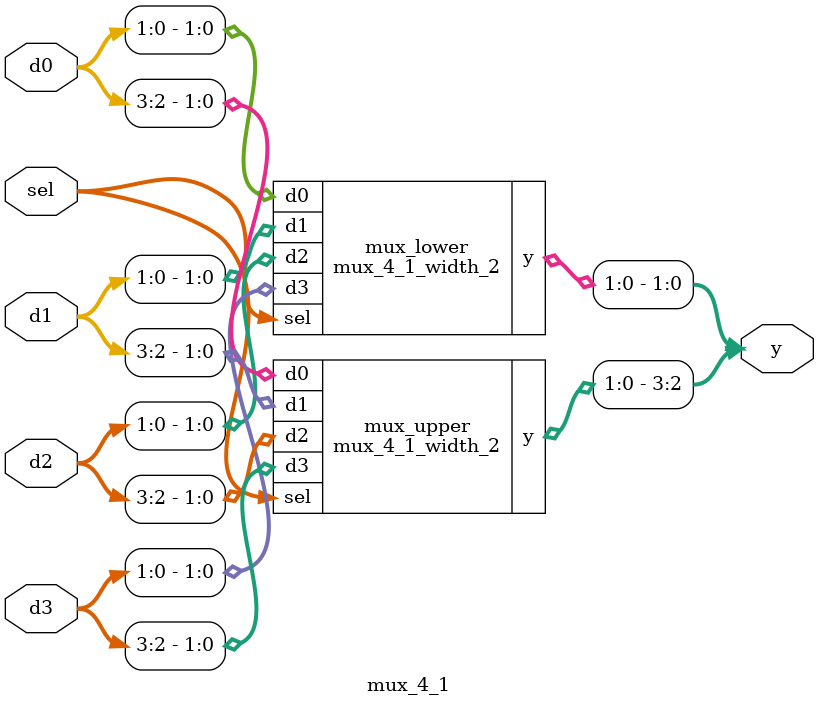
<source format=sv>

module mux_4_1_width_2
(
  input  [1:0] d0, d1, d2, d3,
  input  [1:0] sel,
  output [1:0] y
);

  assign y = sel [1] ? (sel [0] ? d3 : d2)
                     : (sel [0] ? d1 : d0);

endmodule

//----------------------------------------------------------------------------
// Task
//----------------------------------------------------------------------------

module mux_4_1
(
  input  [3:0] d0, d1, d2, d3,
  input  [1:0] sel,
  output [3:0] y
);

  // Task:
  // Implement mux_4_1 with 4-bit data
  // using two instances of mux_4_1_width_2 with 2-bit data 

  mux_4_1_width_2 mux_lower (
    .d0(d0[1:0]), .d1(d1[1:0]), .d2(d2[1:0]), .d3(d3[1:0]),
    .sel(sel), .y(y[1:0])
  );

  mux_4_1_width_2 mux_upper (
    .d0(d0[3:2]), .d1(d1[3:2]), .d2(d2[3:2]), .d3(d3[3:2]),
    .sel(sel), .y(y[3:2])
  );

endmodule

</source>
